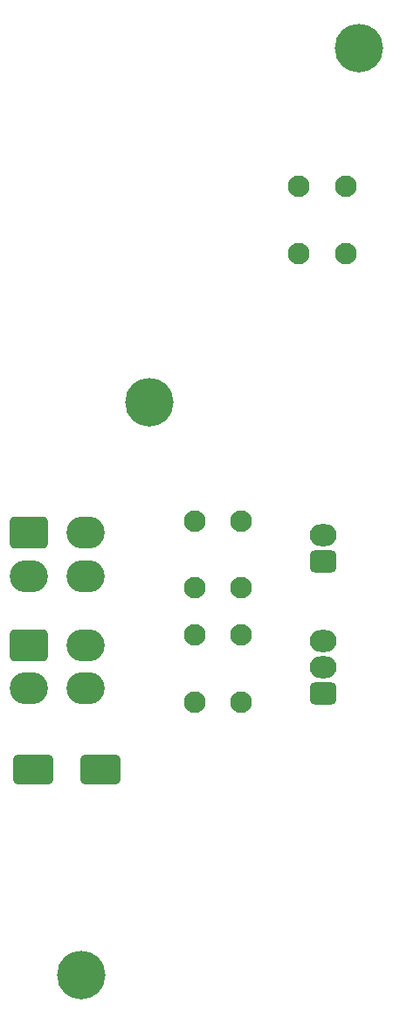
<source format=gbr>
%TF.GenerationSoftware,KiCad,Pcbnew,(6.0.9)*%
%TF.CreationDate,2023-04-01T14:47:23-08:00*%
%TF.ProjectId,MASTER ARM PANEL,4d415354-4552-4204-9152-4d2050414e45,3*%
%TF.SameCoordinates,Original*%
%TF.FileFunction,Soldermask,Bot*%
%TF.FilePolarity,Negative*%
%FSLAX46Y46*%
G04 Gerber Fmt 4.6, Leading zero omitted, Abs format (unit mm)*
G04 Created by KiCad (PCBNEW (6.0.9)) date 2023-04-01 14:47:23*
%MOMM*%
%LPD*%
G01*
G04 APERTURE LIST*
G04 Aperture macros list*
%AMRoundRect*
0 Rectangle with rounded corners*
0 $1 Rounding radius*
0 $2 $3 $4 $5 $6 $7 $8 $9 X,Y pos of 4 corners*
0 Add a 4 corners polygon primitive as box body*
4,1,4,$2,$3,$4,$5,$6,$7,$8,$9,$2,$3,0*
0 Add four circle primitives for the rounded corners*
1,1,$1+$1,$2,$3*
1,1,$1+$1,$4,$5*
1,1,$1+$1,$6,$7*
1,1,$1+$1,$8,$9*
0 Add four rect primitives between the rounded corners*
20,1,$1+$1,$2,$3,$4,$5,0*
20,1,$1+$1,$4,$5,$6,$7,0*
20,1,$1+$1,$6,$7,$8,$9,0*
20,1,$1+$1,$8,$9,$2,$3,0*%
G04 Aperture macros list end*
%ADD10C,2.100000*%
%ADD11C,4.700000*%
%ADD12RoundRect,0.450000X-1.500000X-1.000000X1.500000X-1.000000X1.500000X1.000000X-1.500000X1.000000X0*%
%ADD13RoundRect,0.450001X-1.399999X1.099999X-1.399999X-1.099999X1.399999X-1.099999X1.399999X1.099999X0*%
%ADD14O,3.700000X3.100000*%
%ADD15RoundRect,0.450000X0.845000X-0.620000X0.845000X0.620000X-0.845000X0.620000X-0.845000X-0.620000X0*%
%ADD16O,2.590000X2.140000*%
G04 APERTURE END LIST*
D10*
%TO.C,SW2*%
X78701900Y13677900D03*
X78701900Y7177900D03*
X74201900Y13677900D03*
X74201900Y7177900D03*
%TD*%
%TO.C,SW3*%
X78701900Y2628900D03*
X78701900Y-3871100D03*
X74201900Y2628900D03*
X74201900Y-3871100D03*
%TD*%
%TO.C,SW1*%
X84289900Y39585900D03*
X84289900Y46085900D03*
X88789900Y39585900D03*
X88789900Y46085900D03*
%TD*%
D11*
%TO.C,H1*%
X90128400Y59407900D03*
%TD*%
%TO.C,H2*%
X69748400Y25117900D03*
%TD*%
%TO.C,H3*%
X63158400Y-30332100D03*
%TD*%
D12*
%TO.C,C1*%
X58524000Y-10399520D03*
X65024000Y-10399520D03*
%TD*%
D13*
%TO.C,J1*%
X58049520Y1650480D03*
D14*
X58049520Y-2549520D03*
X63549520Y1650480D03*
X63549520Y-2549520D03*
%TD*%
D13*
%TO.C,J2*%
X58049520Y12499980D03*
D14*
X58049520Y8299980D03*
X63549520Y12499980D03*
X63549520Y8299980D03*
%TD*%
D15*
%TO.C,J3*%
X86648400Y9757900D03*
D16*
X86648400Y12297900D03*
%TD*%
D15*
%TO.C,J4*%
X86614000Y-3048000D03*
D16*
X86614000Y-508000D03*
X86614000Y2032000D03*
%TD*%
M02*

</source>
